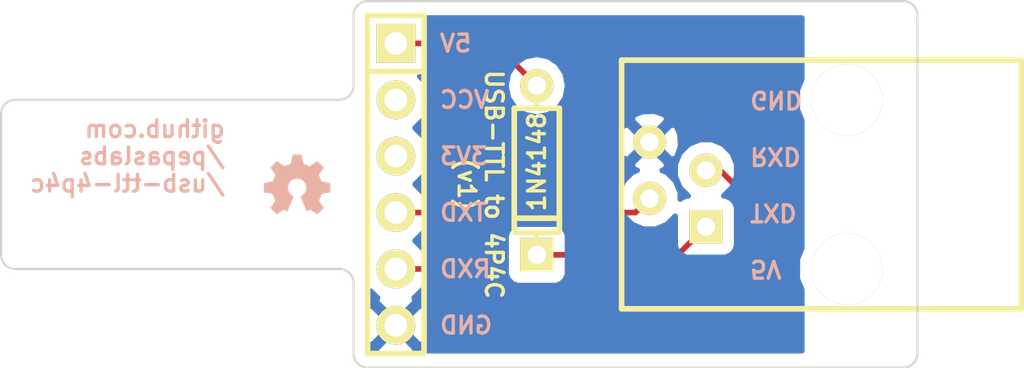
<source format=kicad_pcb>
(kicad_pcb (version 3) (host pcbnew "(22-Jun-2014 BZR 4027)-stable")

  (general
    (links 5)
    (no_connects 0)
    (area 156.159999 102.819999 197.535001 119.430001)
    (thickness 1.6)
    (drawings 28)
    (tracks 13)
    (zones 0)
    (modules 4)
    (nets 6)
  )

  (page A3)
  (layers
    (15 F.Cu signal)
    (2 Inner2.Cu signal)
    (1 Inner1.Cu signal)
    (0 B.Cu signal)
    (16 B.Adhes user)
    (17 F.Adhes user)
    (18 B.Paste user)
    (19 F.Paste user)
    (20 B.SilkS user)
    (21 F.SilkS user)
    (22 B.Mask user)
    (23 F.Mask user)
    (24 Dwgs.User user)
    (25 Cmts.User user)
    (26 Eco1.User user)
    (27 Eco2.User user)
    (28 Edge.Cuts user)
  )

  (setup
    (last_trace_width 0.254)
    (user_trace_width 0.254)
    (user_trace_width 0.508)
    (user_trace_width 0.762)
    (user_trace_width 1.016)
    (trace_clearance 0.254)
    (zone_clearance 0.508)
    (zone_45_only no)
    (trace_min 0.254)
    (segment_width 0.2)
    (edge_width 0.1)
    (via_size 0.889)
    (via_drill 0.635)
    (via_min_size 0.889)
    (via_min_drill 0.508)
    (uvia_size 0.508)
    (uvia_drill 0.127)
    (uvias_allowed no)
    (uvia_min_size 0.508)
    (uvia_min_drill 0.127)
    (pcb_text_width 0.3)
    (pcb_text_size 1.5 1.5)
    (mod_edge_width 0.254)
    (mod_text_size 1 1)
    (mod_text_width 0.15)
    (pad_size 0.8128 0.8128)
    (pad_drill 0.4064)
    (pad_to_mask_clearance 0)
    (aux_axis_origin 0 0)
    (visible_elements 7FFFFFFF)
    (pcbplotparams
      (layerselection 284196865)
      (usegerberextensions true)
      (excludeedgelayer true)
      (linewidth 0.150000)
      (plotframeref false)
      (viasonmask false)
      (mode 1)
      (useauxorigin false)
      (hpglpennumber 1)
      (hpglpenspeed 20)
      (hpglpendiameter 15)
      (hpglpenoverlay 2)
      (psnegative false)
      (psa4output false)
      (plotreference true)
      (plotvalue true)
      (plotothertext true)
      (plotinvisibletext false)
      (padsonsilk false)
      (subtractmaskfromsilk false)
      (outputformat 1)
      (mirror false)
      (drillshape 0)
      (scaleselection 1)
      (outputdirectory gerbers))
  )

  (net 0 "")
  (net 1 5V)
  (net 2 GND)
  (net 3 N-000007)
  (net 4 RXD)
  (net 5 TXD)

  (net_class Default "This is the default net class."
    (clearance 0.254)
    (trace_width 0.254)
    (via_dia 0.889)
    (via_drill 0.635)
    (uvia_dia 0.508)
    (uvia_drill 0.127)
    (add_net "")
    (add_net 5V)
    (add_net GND)
    (add_net N-000007)
    (add_net RXD)
    (add_net TXD)
  )

  (module A-2004-3-4-LP-N-R_059A (layer F.Cu) (tedit 5AC572B8) (tstamp 5AC4726E)
    (at 187.96 113.03 90)
    (path /5AC4710B)
    (fp_text reference J1 (at 1.905 6.35 90) (layer F.SilkS) hide
      (effects (font (size 1.016 1.016) (thickness 0.2032)))
    )
    (fp_text value 4P4C (at 1.905 -4.572 90) (layer F.SilkS) hide
      (effects (font (size 0.762 0.762) (thickness 0.1524)))
    )
    (fp_text user 4P4C (at 1.905 4.445 90) (layer F.SilkS) hide
      (effects (font (size 1.016 1.016) (thickness 0.2032)))
    )
    (fp_line (start -3.7 -3.8) (end -3.7 14.2) (layer F.SilkS) (width 0.254))
    (fp_line (start 7.5 -3.8) (end 7.5 14.2) (layer F.SilkS) (width 0.254))
    (fp_line (start -3.7 -3.8) (end 7.5 -3.8) (layer F.SilkS) (width 0.254))
    (fp_line (start -3.7 14.2) (end 7.5 14.2) (layer F.SilkS) (width 0.254))
    (pad 2 thru_hole circle (at 1.27 -2.54 90) (size 1.4986 1.4986) (drill 0.8128)
      (layers *.Cu *.Mask F.SilkS)
      (net 5 TXD)
    )
    (pad 4 thru_hole circle (at 3.81 -2.54 90) (size 1.4986 1.4986) (drill 0.8128)
      (layers *.Cu *.Mask F.SilkS)
      (net 2 GND)
    )
    (pad 1 thru_hole rect (at 0 0 90) (size 1.4986 1.4986) (drill 0.8128)
      (layers *.Cu *.Mask F.SilkS)
      (net 3 N-000007)
    )
    (pad 3 thru_hole circle (at 2.54 0 90) (size 1.4986 1.4986) (drill 0.8128)
      (layers *.Cu *.Mask F.SilkS)
      (net 4 RXD)
    )
    (pad "" thru_hole circle (at 5.71 6.35 90) (size 3.2 3.2) (drill 3.2)
      (layers *.Cu *.Mask F.SilkS)
    )
    (pad "" thru_hole circle (at -1.91 6.35 90) (size 3.2 3.2) (drill 3.2)
      (layers *.Cu *.Mask F.SilkS)
    )
  )

  (module OSHW-logo_silkscreen-back_3mm (layer F.Cu) (tedit 0) (tstamp 5AC486DE)
    (at 169.545 111.125)
    (fp_text reference G*** (at 0 1.59004) (layer B.SilkS) hide
      (effects (font (size 0.13462 0.13462) (thickness 0.0254)))
    )
    (fp_text value OSHW-logo_silkscreen-back_3mm (at 0 -1.59004) (layer B.SilkS) hide
      (effects (font (size 0.13462 0.13462) (thickness 0.0254)))
    )
    (fp_poly (pts (xy 0.90932 1.3462) (xy 0.89154 1.33858) (xy 0.85852 1.31572) (xy 0.80772 1.2827)
      (xy 0.7493 1.2446) (xy 0.68834 1.20396) (xy 0.64008 1.17094) (xy 0.60452 1.14808)
      (xy 0.59182 1.14046) (xy 0.5842 1.143) (xy 0.55626 1.15824) (xy 0.51562 1.17856)
      (xy 0.49022 1.19126) (xy 0.45212 1.2065) (xy 0.43434 1.21158) (xy 0.4318 1.2065)
      (xy 0.41656 1.17602) (xy 0.39624 1.12776) (xy 0.3683 1.06172) (xy 0.33528 0.98552)
      (xy 0.29972 0.90424) (xy 0.2667 0.82042) (xy 0.23368 0.74168) (xy 0.2032 0.66802)
      (xy 0.18034 0.6096) (xy 0.1651 0.56896) (xy 0.15748 0.55118) (xy 0.16002 0.54864)
      (xy 0.1778 0.53086) (xy 0.21082 0.50546) (xy 0.28194 0.44704) (xy 0.35306 0.36068)
      (xy 0.39624 0.26162) (xy 0.40894 0.14986) (xy 0.39878 0.04826) (xy 0.35814 -0.04826)
      (xy 0.28956 -0.13716) (xy 0.20574 -0.2032) (xy 0.10922 -0.24384) (xy 0 -0.25654)
      (xy -0.10414 -0.24638) (xy -0.2032 -0.20574) (xy -0.2921 -0.1397) (xy -0.3302 -0.09652)
      (xy -0.381 -0.00508) (xy -0.41148 0.0889) (xy -0.41402 0.11176) (xy -0.40894 0.21844)
      (xy -0.37846 0.32004) (xy -0.32258 0.40894) (xy -0.24638 0.4826) (xy -0.23622 0.49022)
      (xy -0.20066 0.51816) (xy -0.17526 0.53594) (xy -0.15748 0.55118) (xy -0.2921 0.87376)
      (xy -0.31242 0.92456) (xy -0.35052 1.01346) (xy -0.381 1.08966) (xy -0.40894 1.15062)
      (xy -0.42672 1.19126) (xy -0.43434 1.2065) (xy -0.43434 1.2065) (xy -0.44704 1.20904)
      (xy -0.4699 1.20142) (xy -0.51562 1.17856) (xy -0.5461 1.16332) (xy -0.57912 1.14808)
      (xy -0.59436 1.14046) (xy -0.6096 1.14808) (xy -0.64262 1.1684) (xy -0.68834 1.20142)
      (xy -0.74676 1.23952) (xy -0.80264 1.27762) (xy -0.85344 1.31064) (xy -0.889 1.33604)
      (xy -0.90678 1.34366) (xy -0.90932 1.34366) (xy -0.9271 1.33604) (xy -0.95504 1.31064)
      (xy -0.99822 1.27) (xy -1.06172 1.20904) (xy -1.07188 1.19888) (xy -1.12268 1.14808)
      (xy -1.16332 1.10236) (xy -1.19126 1.07188) (xy -1.20142 1.05918) (xy -1.20142 1.05918)
      (xy -1.19126 1.0414) (xy -1.1684 1.0033) (xy -1.13538 0.9525) (xy -1.09474 0.89154)
      (xy -0.98806 0.7366) (xy -1.04648 0.59182) (xy -1.06426 0.5461) (xy -1.08712 0.49022)
      (xy -1.1049 0.45212) (xy -1.11252 0.43434) (xy -1.1303 0.42926) (xy -1.1684 0.4191)
      (xy -1.22682 0.40894) (xy -1.29794 0.39624) (xy -1.36398 0.38354) (xy -1.4224 0.37084)
      (xy -1.46558 0.36322) (xy -1.4859 0.36068) (xy -1.49098 0.3556) (xy -1.49352 0.34798)
      (xy -1.49606 0.32766) (xy -1.4986 0.28956) (xy -1.4986 0.23368) (xy -1.4986 0.14986)
      (xy -1.4986 0.14224) (xy -1.4986 0.0635) (xy -1.49606 0) (xy -1.49352 -0.0381)
      (xy -1.49098 -0.05588) (xy -1.49098 -0.05588) (xy -1.4732 -0.06096) (xy -1.43002 -0.06858)
      (xy -1.3716 -0.08128) (xy -1.30048 -0.09398) (xy -1.2954 -0.09398) (xy -1.22428 -0.10922)
      (xy -1.16586 -0.12192) (xy -1.12268 -0.12954) (xy -1.1049 -0.13716) (xy -1.10236 -0.14224)
      (xy -1.08712 -0.17018) (xy -1.0668 -0.21336) (xy -1.04394 -0.2667) (xy -1.02108 -0.32258)
      (xy -1.00076 -0.37338) (xy -0.98806 -0.40894) (xy -0.98298 -0.42672) (xy -0.98298 -0.42672)
      (xy -0.99314 -0.4445) (xy -1.01854 -0.48006) (xy -1.0541 -0.53086) (xy -1.09474 -0.59182)
      (xy -1.09728 -0.5969) (xy -1.13792 -0.65786) (xy -1.17094 -0.70866) (xy -1.1938 -0.74422)
      (xy -1.20142 -0.75946) (xy -1.20142 -0.762) (xy -1.18872 -0.77978) (xy -1.15824 -0.8128)
      (xy -1.11252 -0.85852) (xy -1.06172 -0.91186) (xy -1.04394 -0.9271) (xy -0.98552 -0.98552)
      (xy -0.94488 -1.02108) (xy -0.91948 -1.0414) (xy -0.90932 -1.04648) (xy -0.90678 -1.04648)
      (xy -0.889 -1.03632) (xy -0.8509 -1.01092) (xy -0.8001 -0.97536) (xy -0.73914 -0.93472)
      (xy -0.7366 -0.93218) (xy -0.67564 -0.89154) (xy -0.62484 -0.85598) (xy -0.58928 -0.83312)
      (xy -0.57404 -0.8255) (xy -0.5715 -0.8255) (xy -0.54864 -0.83058) (xy -0.50546 -0.84582)
      (xy -0.45212 -0.86614) (xy -0.39624 -0.889) (xy -0.34544 -0.90932) (xy -0.30988 -0.9271)
      (xy -0.2921 -0.93726) (xy -0.28956 -0.93726) (xy -0.28448 -0.96012) (xy -0.27432 -1.00584)
      (xy -0.26162 -1.0668) (xy -0.24638 -1.14046) (xy -0.24384 -1.15062) (xy -0.23114 -1.22428)
      (xy -0.22098 -1.2827) (xy -0.21082 -1.32334) (xy -0.20828 -1.34112) (xy -0.19812 -1.34112)
      (xy -0.16256 -1.34366) (xy -0.10922 -1.3462) (xy -0.04318 -1.3462) (xy 0.02286 -1.3462)
      (xy 0.0889 -1.3462) (xy 0.14478 -1.34366) (xy 0.18542 -1.34112) (xy 0.2032 -1.33604)
      (xy 0.2032 -1.33604) (xy 0.20828 -1.31318) (xy 0.21844 -1.27) (xy 0.23114 -1.2065)
      (xy 0.24638 -1.13284) (xy 0.24892 -1.12014) (xy 0.26162 -1.04902) (xy 0.27432 -0.9906)
      (xy 0.28194 -0.94996) (xy 0.28702 -0.93472) (xy 0.2921 -0.93218) (xy 0.32258 -0.91694)
      (xy 0.37084 -0.89916) (xy 0.42926 -0.87376) (xy 0.56642 -0.81788) (xy 0.73406 -0.93472)
      (xy 0.7493 -0.94488) (xy 0.81026 -0.98552) (xy 0.86106 -1.01854) (xy 0.89662 -1.0414)
      (xy 0.90932 -1.04902) (xy 0.91186 -1.04902) (xy 0.9271 -1.03378) (xy 0.96012 -1.0033)
      (xy 1.00584 -0.95758) (xy 1.05918 -0.90678) (xy 1.09982 -0.86614) (xy 1.14554 -0.82042)
      (xy 1.17348 -0.7874) (xy 1.19126 -0.76708) (xy 1.19634 -0.75438) (xy 1.1938 -0.74676)
      (xy 1.18364 -0.72898) (xy 1.15824 -0.69342) (xy 1.12522 -0.64008) (xy 1.08458 -0.58166)
      (xy 1.04902 -0.53086) (xy 1.01346 -0.47498) (xy 0.9906 -0.43434) (xy 0.98044 -0.41656)
      (xy 0.98298 -0.4064) (xy 0.99568 -0.37338) (xy 1.016 -0.32512) (xy 1.0414 -0.26416)
      (xy 1.09982 -0.13208) (xy 1.18618 -0.1143) (xy 1.23952 -0.10414) (xy 1.31318 -0.09144)
      (xy 1.3843 -0.0762) (xy 1.49606 -0.05588) (xy 1.4986 0.34798) (xy 1.48082 0.3556)
      (xy 1.46558 0.36068) (xy 1.42494 0.37084) (xy 1.36652 0.381) (xy 1.29794 0.3937)
      (xy 1.23698 0.4064) (xy 1.17856 0.41656) (xy 1.13538 0.42418) (xy 1.1176 0.42926)
      (xy 1.11252 0.43434) (xy 1.09728 0.46482) (xy 1.07696 0.51054) (xy 1.0541 0.56388)
      (xy 1.0287 0.6223) (xy 1.00838 0.6731) (xy 0.99314 0.71374) (xy 0.98806 0.73406)
      (xy 0.99568 0.7493) (xy 1.01854 0.78486) (xy 1.05156 0.83566) (xy 1.0922 0.89408)
      (xy 1.13284 0.9525) (xy 1.16586 1.0033) (xy 1.19126 1.03886) (xy 1.19888 1.05664)
      (xy 1.1938 1.0668) (xy 1.17094 1.09474) (xy 1.12776 1.14046) (xy 1.06172 1.2065)
      (xy 1.04902 1.21666) (xy 0.99822 1.26746) (xy 0.9525 1.3081) (xy 0.92202 1.33604)
      (xy 0.90932 1.3462)) (layer B.SilkS) (width 0.00254))
  )

  (module SIL-6 (layer F.Cu) (tedit 5A6DDA5C) (tstamp 5AC48748)
    (at 173.99 107.315 270)
    (descr "Connecteurs 1 pin")
    (tags "CONN DEV")
    (path /5AC486A8)
    (fp_text reference P1 (at 1.27 2.54 270) (layer F.SilkS) hide
      (effects (font (size 0.762 0.762) (thickness 0.1524)))
    )
    (fp_text value CONN_6X1 (at 1.27 -2.54 270) (layer F.SilkS) hide
      (effects (font (size 0.762 0.762) (thickness 0.1524)))
    )
    (fp_line (start -3.81 1.27) (end 11.43 1.27) (layer F.SilkS) (width 0.254))
    (fp_line (start -3.81 -1.27) (end 11.43 -1.27) (layer F.SilkS) (width 0.254))
    (fp_line (start -1.27 -1.27) (end -1.27 1.27) (layer F.SilkS) (width 0.254))
    (fp_line (start 11.43 -1.27) (end 11.43 1.27) (layer F.SilkS) (width 0.254))
    (fp_line (start -3.81 1.27) (end -3.81 -1.27) (layer F.SilkS) (width 0.254))
    (pad 1 thru_hole rect (at -2.54 0 270) (size 1.7526 1.7526) (drill 1.016)
      (layers *.Cu *.Mask F.SilkS)
      (net 1 5V)
    )
    (pad 2 thru_hole circle (at 0 0 270) (size 1.7526 1.7526) (drill 1.016)
      (layers *.Cu *.Mask F.SilkS)
    )
    (pad 3 thru_hole circle (at 2.54 0 270) (size 1.7526 1.7526) (drill 1.016)
      (layers *.Cu *.Mask F.SilkS)
    )
    (pad 4 thru_hole circle (at 5.08 0 270) (size 1.7526 1.7526) (drill 1.016)
      (layers *.Cu *.Mask F.SilkS)
      (net 5 TXD)
    )
    (pad 5 thru_hole circle (at 7.62 0 270) (size 1.7526 1.7526) (drill 1.016)
      (layers *.Cu *.Mask F.SilkS)
      (net 4 RXD)
    )
    (pad 6 thru_hole circle (at 10.16 0 270) (size 1.7526 1.7526) (drill 1.016)
      (layers *.Cu *.Mask F.SilkS)
      (net 2 GND)
    )
  )

  (module DIODE_SS_059A_03_PL (layer F.Cu) (tedit 5AC57330) (tstamp 5AC572AD)
    (at 180.34 110.49 270)
    (descr "Small-signal diode, 0.3\"")
    (tags "DIODE DEV")
    (path /5AC5720C)
    (fp_text reference D1 (at 0 -1.651 270) (layer F.SilkS) hide
      (effects (font (size 0.762 0.762) (thickness 0.1524)))
    )
    (fp_text value 1N4148 (at -0.381 0 270) (layer F.SilkS)
      (effects (font (size 0.762 0.762) (thickness 0.1524)))
    )
    (fp_line (start -2.794 0) (end -3.81 0) (layer F.SilkS) (width 0.254))
    (fp_line (start 2.794 0) (end 3.81 0) (layer F.SilkS) (width 0.254))
    (fp_line (start -2.794 1.016) (end 2.794 1.016) (layer F.SilkS) (width 0.254))
    (fp_line (start 2.794 -1.016) (end -2.794 -1.016) (layer F.SilkS) (width 0.254))
    (fp_line (start 2.159 -1.016) (end 2.159 1.016) (layer F.SilkS) (width 0.254))
    (fp_line (start 2.794 0) (end 2.794 -1.016) (layer F.SilkS) (width 0.254))
    (fp_line (start -2.794 -1.016) (end -2.794 0) (layer F.SilkS) (width 0.254))
    (fp_line (start -2.794 0) (end -2.794 1.016) (layer F.SilkS) (width 0.254))
    (fp_line (start 2.794 1.016) (end 2.794 0) (layer F.SilkS) (width 0.254))
    (pad 2 thru_hole rect (at 3.81 0 270) (size 1.4986 1.4986) (drill 0.8128)
      (layers *.Cu *.Mask F.SilkS)
      (net 3 N-000007)
    )
    (pad 1 thru_hole oval (at -3.81 0 270) (size 1.4986 1.4986) (drill 0.8128)
      (layers *.Cu *.Mask F.SilkS)
      (net 1 5V)
    )
    (model discret/diode.wrl
      (at (xyz 0 0 0))
      (scale (xyz 0.3 0.3 0.3))
      (rotate (xyz 0 0 0))
    )
  )

  (gr_line (start 172.085 115.57) (end 172.085 118.745) (angle 90) (layer Edge.Cuts) (width 0.1))
  (gr_line (start 172.085 103.505) (end 172.085 106.68) (angle 90) (layer Edge.Cuts) (width 0.1))
  (gr_line (start 197.485 118.745) (end 197.485 103.505) (angle 90) (layer Edge.Cuts) (width 0.1))
  (gr_text VCC (at 175.895 107.315) (layer B.SilkS)
    (effects (font (size 0.762 0.762) (thickness 0.1524)) (justify right mirror))
  )
  (gr_text "USB-TTL to 4P4C\n(v1)" (at 177.8 111.125 270) (layer F.SilkS)
    (effects (font (size 0.762 0.762) (thickness 0.1524)))
  )
  (gr_line (start 172.72 102.87) (end 196.85 102.87) (angle 90) (layer Edge.Cuts) (width 0.1))
  (gr_line (start 196.85 119.38) (end 172.72 119.38) (angle 90) (layer Edge.Cuts) (width 0.1))
  (gr_text "github.com\n/pepaslabs\n/usb-ttl-4p4c" (at 166.37 109.855) (layer B.SilkS)
    (effects (font (size 0.762 0.762) (thickness 0.1524)) (justify left mirror))
  )
  (gr_text GND (at 189.865 107.315 180) (layer B.SilkS)
    (effects (font (size 0.762 0.762) (thickness 0.1524)) (justify left mirror))
  )
  (gr_text RXD (at 189.865 109.855 180) (layer B.SilkS)
    (effects (font (size 0.762 0.762) (thickness 0.1524)) (justify left mirror))
  )
  (gr_text TXD (at 189.865 112.395 180) (layer B.SilkS)
    (effects (font (size 0.762 0.762) (thickness 0.1524)) (justify left mirror))
  )
  (gr_text 5V (at 189.865 114.935 180) (layer B.SilkS)
    (effects (font (size 0.762 0.762) (thickness 0.1524)) (justify left mirror))
  )
  (gr_line (start 156.845 114.935) (end 171.45 114.935) (angle 90) (layer Edge.Cuts) (width 0.1))
  (gr_line (start 156.21 107.95) (end 156.21 114.3) (angle 90) (layer Edge.Cuts) (width 0.1))
  (gr_line (start 171.45 107.315) (end 156.845 107.315) (angle 90) (layer Edge.Cuts) (width 0.1))
  (gr_arc (start 171.45 106.68) (end 172.085 106.68) (angle 90) (layer Edge.Cuts) (width 0.1))
  (gr_arc (start 156.845 107.95) (end 156.21 107.95) (angle 90) (layer Edge.Cuts) (width 0.1))
  (gr_arc (start 156.845 114.3) (end 156.845 114.935) (angle 90) (layer Edge.Cuts) (width 0.1))
  (gr_arc (start 171.45 115.57) (end 171.45 114.935) (angle 90) (layer Edge.Cuts) (width 0.1))
  (gr_arc (start 172.72 118.745) (end 172.72 119.38) (angle 90) (layer Edge.Cuts) (width 0.1))
  (gr_arc (start 196.85 118.745) (end 197.485 118.745) (angle 90) (layer Edge.Cuts) (width 0.1))
  (gr_arc (start 196.85 103.505) (end 196.85 102.87) (angle 90) (layer Edge.Cuts) (width 0.1))
  (gr_arc (start 172.72 103.505) (end 172.085 103.505) (angle 90) (layer Edge.Cuts) (width 0.1))
  (gr_text 5V (at 175.895 104.775) (layer B.SilkS)
    (effects (font (size 0.762 0.762) (thickness 0.1524)) (justify right mirror))
  )
  (gr_text GND (at 175.895 117.475) (layer B.SilkS)
    (effects (font (size 0.762 0.762) (thickness 0.1524)) (justify right mirror))
  )
  (gr_text RXD (at 175.895 114.935) (layer B.SilkS)
    (effects (font (size 0.762 0.762) (thickness 0.1524)) (justify right mirror))
  )
  (gr_text TXD (at 175.895 112.395) (layer B.SilkS)
    (effects (font (size 0.762 0.762) (thickness 0.1524)) (justify right mirror))
  )
  (gr_text 3V3 (at 175.895 109.855) (layer B.SilkS)
    (effects (font (size 0.762 0.762) (thickness 0.1524)) (justify right mirror))
  )

  (segment (start 173.99 104.775) (end 178.435 104.775) (width 0.254) (layer F.Cu) (net 1) (status 400000))
  (segment (start 178.435 104.775) (end 180.34 106.68) (width 0.254) (layer F.Cu) (net 1) (tstamp 5AC572F6) (status 800000))
  (segment (start 180.34 114.3) (end 186.69 114.3) (width 0.254) (layer F.Cu) (net 3) (status 400000))
  (segment (start 186.69 114.3) (end 187.96 113.03) (width 0.254) (layer F.Cu) (net 3) (tstamp 5AC572FB) (status 800000))
  (segment (start 173.99 114.935) (end 177.8 114.935) (width 0.254) (layer F.Cu) (net 4) (status 400000))
  (segment (start 188.595 110.49) (end 187.96 110.49) (width 0.254) (layer F.Cu) (net 4) (tstamp 5AC5730F) (status C00000))
  (segment (start 189.865 111.76) (end 188.595 110.49) (width 0.254) (layer F.Cu) (net 4) (tstamp 5AC5730D) (status 800000))
  (segment (start 189.865 114.3) (end 189.865 111.76) (width 0.254) (layer F.Cu) (net 4) (tstamp 5AC5730B))
  (segment (start 187.96 116.205) (end 189.865 114.3) (width 0.254) (layer F.Cu) (net 4) (tstamp 5AC57308))
  (segment (start 179.07 116.205) (end 187.96 116.205) (width 0.254) (layer F.Cu) (net 4) (tstamp 5AC57306))
  (segment (start 177.8 114.935) (end 179.07 116.205) (width 0.254) (layer F.Cu) (net 4) (tstamp 5AC57303))
  (segment (start 173.99 112.395) (end 184.785 112.395) (width 0.254) (layer F.Cu) (net 5) (status 400000))
  (segment (start 184.785 112.395) (end 185.42 111.76) (width 0.254) (layer F.Cu) (net 5) (tstamp 5AC572FF) (status 800000))

  (zone (net 2) (net_name GND) (layer B.Cu) (tstamp 5AC47BD2) (hatch edge 0.508)
    (connect_pads (clearance 0.508))
    (min_thickness 0.254)
    (fill (arc_segments 16) (thermal_gap 0.508) (thermal_bridge_width 0.508))
    (polygon
      (pts
        (xy 192.405 118.745) (xy 172.72 118.745) (xy 172.72 103.505) (xy 192.405 103.505)
      )
    )
    (filled_polygon
      (pts
        (xy 192.278 118.618) (xy 189.34454 118.618) (xy 189.34454 110.215854) (xy 189.134237 109.706881) (xy 188.745167 109.317132)
        (xy 188.236562 109.105941) (xy 187.685854 109.10546) (xy 187.176881 109.315763) (xy 186.816502 109.675514) (xy 186.816502 109.424662)
        (xy 186.78852 108.874665) (xy 186.631878 108.496499) (xy 186.39101 108.428595) (xy 186.211405 108.6082) (xy 186.211405 108.24899)
        (xy 186.143501 108.008122) (xy 185.624662 107.823498) (xy 185.074665 107.85148) (xy 184.696499 108.008122) (xy 184.628595 108.24899)
        (xy 185.42 109.040395) (xy 186.211405 108.24899) (xy 186.211405 108.6082) (xy 185.599605 109.22) (xy 186.39101 110.011405)
        (xy 186.631878 109.943501) (xy 186.816502 109.424662) (xy 186.816502 109.675514) (xy 186.787132 109.704833) (xy 186.575941 110.213438)
        (xy 186.57546 110.764146) (xy 186.785763 111.273119) (xy 187.157585 111.64559) (xy 187.084945 111.64559) (xy 186.851471 111.742059)
        (xy 186.804275 111.789172) (xy 186.80454 111.485854) (xy 186.594237 110.976881) (xy 186.205167 110.587132) (xy 185.987195 110.496622)
        (xy 186.143501 110.431878) (xy 186.211405 110.19101) (xy 185.42 109.399605) (xy 185.240395 109.57921) (xy 185.240395 109.22)
        (xy 184.44899 108.428595) (xy 184.208122 108.496499) (xy 184.023498 109.015338) (xy 184.05148 109.565335) (xy 184.208122 109.943501)
        (xy 184.44899 110.011405) (xy 185.240395 109.22) (xy 185.240395 109.57921) (xy 184.628595 110.19101) (xy 184.696499 110.431878)
        (xy 184.864569 110.491684) (xy 184.636881 110.585763) (xy 184.247132 110.974833) (xy 184.035941 111.483438) (xy 184.03546 112.034146)
        (xy 184.245763 112.543119) (xy 184.634833 112.932868) (xy 185.143438 113.144059) (xy 185.694146 113.14454) (xy 186.203119 112.934237)
        (xy 186.57559 112.562414) (xy 186.57559 113.905055) (xy 186.672059 114.138529) (xy 186.850532 114.317313) (xy 187.083836 114.414189)
        (xy 187.336455 114.41441) (xy 188.835055 114.41441) (xy 189.068529 114.317941) (xy 189.247313 114.139468) (xy 189.344189 113.906164)
        (xy 189.34441 113.653545) (xy 189.34441 112.154945) (xy 189.247941 111.921471) (xy 189.069468 111.742687) (xy 188.836164 111.645811)
        (xy 188.761642 111.645745) (xy 189.132868 111.275167) (xy 189.344059 110.766562) (xy 189.34454 110.215854) (xy 189.34454 118.618)
        (xy 181.72441 118.618) (xy 181.72441 114.923545) (xy 181.72441 113.424945) (xy 181.7243 113.424678) (xy 181.7243 106.70712)
        (xy 181.7243 106.65288) (xy 181.618926 106.123131) (xy 181.318848 105.674032) (xy 180.869749 105.373954) (xy 180.34 105.26858)
        (xy 179.810251 105.373954) (xy 179.361152 105.674032) (xy 179.061074 106.123131) (xy 178.9557 106.65288) (xy 178.9557 106.70712)
        (xy 179.061074 107.236869) (xy 179.361152 107.685968) (xy 179.810251 107.986046) (xy 180.34 108.09142) (xy 180.869749 107.986046)
        (xy 181.318848 107.685968) (xy 181.618926 107.236869) (xy 181.7243 106.70712) (xy 181.7243 113.424678) (xy 181.627941 113.191471)
        (xy 181.449468 113.012687) (xy 181.216164 112.915811) (xy 180.963545 112.91559) (xy 179.464945 112.91559) (xy 179.231471 113.012059)
        (xy 179.052687 113.190532) (xy 178.955811 113.423836) (xy 178.95559 113.676455) (xy 178.95559 115.175055) (xy 179.052059 115.408529)
        (xy 179.230532 115.587313) (xy 179.463836 115.684189) (xy 179.716455 115.68441) (xy 181.215055 115.68441) (xy 181.448529 115.587941)
        (xy 181.627313 115.409468) (xy 181.724189 115.176164) (xy 181.72441 114.923545) (xy 181.72441 118.618) (xy 175.512882 118.618)
        (xy 175.512882 117.710003) (xy 175.486891 117.109332) (xy 175.307027 116.675104) (xy 175.053001 116.591604) (xy 174.169605 117.475)
        (xy 175.053001 118.358396) (xy 175.307027 118.274896) (xy 175.512882 117.710003) (xy 175.512882 118.618) (xy 174.847099 118.618)
        (xy 174.873396 118.538001) (xy 173.99 117.654605) (xy 173.106604 118.538001) (xy 173.1329 118.618) (xy 172.847 118.618)
        (xy 172.847 118.332099) (xy 172.926999 118.358396) (xy 173.810395 117.475) (xy 172.926999 116.591604) (xy 172.847 116.6179)
        (xy 172.847 115.929171) (xy 173.1328 116.215471) (xy 173.166591 116.229502) (xy 173.106604 116.411999) (xy 173.99 117.295395)
        (xy 174.873396 116.411999) (xy 174.813553 116.229943) (xy 174.844964 116.216965) (xy 175.270471 115.7922) (xy 175.501037 115.236935)
        (xy 175.501562 114.635703) (xy 175.271965 114.080036) (xy 174.857301 113.664648) (xy 175.270471 113.2522) (xy 175.501037 112.696935)
        (xy 175.501562 112.095703) (xy 175.271965 111.540036) (xy 174.857301 111.124648) (xy 175.270471 110.7122) (xy 175.501037 110.156935)
        (xy 175.501562 109.555703) (xy 175.271965 109.000036) (xy 174.857301 108.584648) (xy 175.270471 108.1722) (xy 175.501037 107.616935)
        (xy 175.501562 107.015703) (xy 175.271965 106.460036) (xy 175.067516 106.25523) (xy 175.225529 106.189941) (xy 175.404313 106.011468)
        (xy 175.501189 105.778164) (xy 175.50141 105.525545) (xy 175.50141 103.772945) (xy 175.443173 103.632) (xy 192.278 103.632)
        (xy 192.278 106.385538) (xy 192.075389 106.873481) (xy 192.074613 107.762619) (xy 192.278 108.254852) (xy 192.278 114.005538)
        (xy 192.075389 114.493481) (xy 192.074613 115.382619) (xy 192.278 115.874852) (xy 192.278 118.618)
      )
    )
  )
)

</source>
